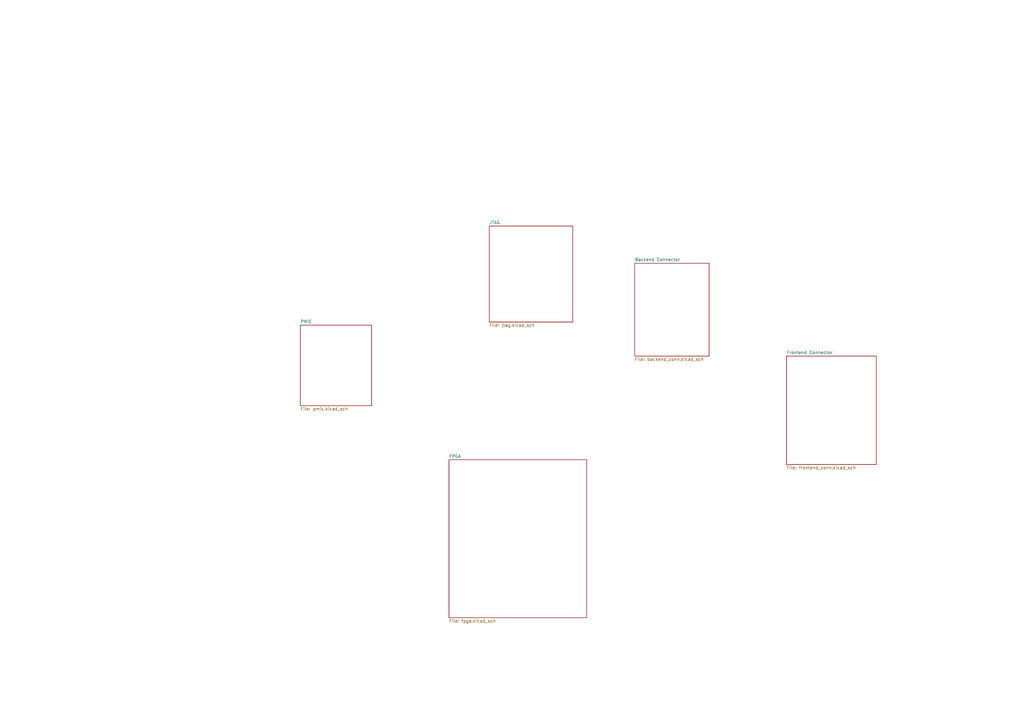
<source format=kicad_sch>
(kicad_sch
	(version 20231120)
	(generator "eeschema")
	(generator_version "8.0")
	(uuid "cf3b7c5f-6ddc-4e3f-9529-0bcf5eec6f23")
	(paper "A3")
	(lib_symbols)
	(sheet
		(at 322.58 146.05)
		(size 36.83 44.45)
		(fields_autoplaced yes)
		(stroke
			(width 0.1524)
			(type solid)
		)
		(fill
			(color 0 0 0 0.0000)
		)
		(uuid "1f742822-aa07-4329-86b7-d73aec981ffe")
		(property "Sheetname" "Frontend Connector"
			(at 322.58 145.3384 0)
			(effects
				(font
					(size 1.27 1.27)
				)
				(justify left bottom)
			)
		)
		(property "Sheetfile" "frontend_conn.kicad_sch"
			(at 322.58 191.0846 0)
			(effects
				(font
					(size 1.27 1.27)
				)
				(justify left top)
			)
		)
		(instances
			(project "logix-core"
				(path "/cf3b7c5f-6ddc-4e3f-9529-0bcf5eec6f23"
					(page "7")
				)
			)
		)
	)
	(sheet
		(at 123.19 133.35)
		(size 29.21 33.02)
		(fields_autoplaced yes)
		(stroke
			(width 0.1524)
			(type solid)
		)
		(fill
			(color 0 0 0 0.0000)
		)
		(uuid "49a162d5-d835-40ab-a6ca-50e636ae9e29")
		(property "Sheetname" "PMIC"
			(at 123.19 132.6384 0)
			(effects
				(font
					(size 1.27 1.27)
				)
				(justify left bottom)
			)
		)
		(property "Sheetfile" "pmic.kicad_sch"
			(at 123.19 166.9546 0)
			(effects
				(font
					(size 1.27 1.27)
				)
				(justify left top)
			)
		)
		(instances
			(project "logix-core"
				(path "/cf3b7c5f-6ddc-4e3f-9529-0bcf5eec6f23"
					(page "10")
				)
			)
		)
	)
	(sheet
		(at 200.66 92.71)
		(size 34.29 39.37)
		(fields_autoplaced yes)
		(stroke
			(width 0.1524)
			(type solid)
		)
		(fill
			(color 0 0 0 0.0000)
		)
		(uuid "706c144e-3e18-4d7e-a371-269bdc22abf6")
		(property "Sheetname" "JTAG"
			(at 200.66 91.9984 0)
			(effects
				(font
					(size 1.27 1.27)
				)
				(justify left bottom)
			)
		)
		(property "Sheetfile" "jtag.kicad_sch"
			(at 200.66 132.6646 0)
			(effects
				(font
					(size 1.27 1.27)
				)
				(justify left top)
			)
		)
		(instances
			(project "logix-core"
				(path "/cf3b7c5f-6ddc-4e3f-9529-0bcf5eec6f23"
					(page "9")
				)
			)
		)
	)
	(sheet
		(at 260.35 107.95)
		(size 30.48 38.1)
		(fields_autoplaced yes)
		(stroke
			(width 0.1524)
			(type solid)
		)
		(fill
			(color 0 0 0 0.0000)
		)
		(uuid "8022af0a-9fc0-46cd-b8ad-ba9d73562043")
		(property "Sheetname" "Backend Connector"
			(at 260.35 107.2384 0)
			(effects
				(font
					(size 1.27 1.27)
				)
				(justify left bottom)
			)
		)
		(property "Sheetfile" "backend_conn.kicad_sch"
			(at 260.35 146.6346 0)
			(effects
				(font
					(size 1.27 1.27)
				)
				(justify left top)
			)
		)
		(instances
			(project "logix-core"
				(path "/cf3b7c5f-6ddc-4e3f-9529-0bcf5eec6f23"
					(page "8")
				)
			)
		)
	)
	(sheet
		(at 184.15 188.595)
		(size 56.515 64.77)
		(fields_autoplaced yes)
		(stroke
			(width 0.1524)
			(type solid)
		)
		(fill
			(color 0 0 0 0.0000)
		)
		(uuid "824409ff-e0aa-4944-ad80-228eadb659f9")
		(property "Sheetname" "FPGA"
			(at 184.15 187.8834 0)
			(effects
				(font
					(size 1.27 1.27)
				)
				(justify left bottom)
			)
		)
		(property "Sheetfile" "fpga.kicad_sch"
			(at 184.15 253.9496 0)
			(effects
				(font
					(size 1.27 1.27)
				)
				(justify left top)
			)
		)
		(instances
			(project "logix-core"
				(path "/cf3b7c5f-6ddc-4e3f-9529-0bcf5eec6f23"
					(page "2")
				)
			)
		)
	)
	(sheet_instances
		(path "/"
			(page "1")
		)
	)
)

</source>
